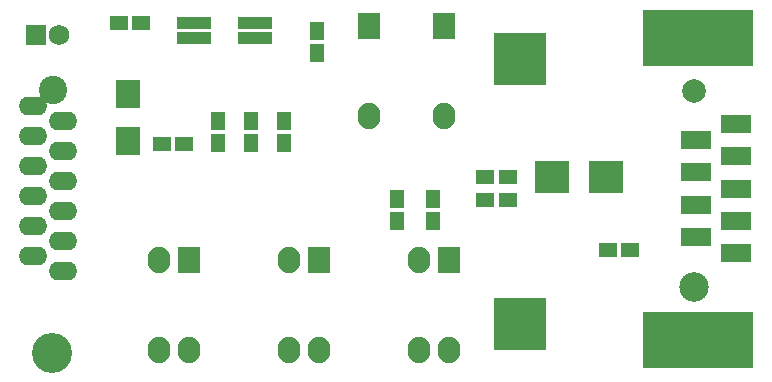
<source format=gbr>
G04 #@! TF.FileFunction,Soldermask,Top*
%FSLAX46Y46*%
G04 Gerber Fmt 4.6, Leading zero omitted, Abs format (unit mm)*
G04 Created by KiCad (PCBNEW 4.0.4+e1-6308~48~ubuntu14.04.1-stable) date Sun Oct 16 10:35:48 2016*
%MOMM*%
%LPD*%
G01*
G04 APERTURE LIST*
%ADD10C,0.100000*%
%ADD11R,1.150000X1.600000*%
%ADD12R,1.600000X1.150000*%
%ADD13R,1.750000X1.750000*%
%ADD14C,1.750000*%
%ADD15O,2.400000X1.600000*%
%ADD16C,2.400000*%
%ADD17R,1.924000X2.224000*%
%ADD18O,1.924000X2.224000*%
%ADD19R,2.900000X1.000000*%
%ADD20R,2.900000X0.670000*%
%ADD21R,4.464000X4.464000*%
%ADD22C,2.500000*%
%ADD23R,9.400000X4.850000*%
%ADD24R,2.500000X1.600000*%
%ADD25C,2.000000*%
%ADD26R,2.000000X2.400000*%
%ADD27C,3.400000*%
G04 APERTURE END LIST*
D10*
D11*
X172200000Y-102150000D03*
X172200000Y-100250000D03*
X175000000Y-102150000D03*
X175000000Y-100250000D03*
D12*
X204350000Y-111200000D03*
X202450000Y-111200000D03*
D11*
X169400000Y-102150000D03*
X169400000Y-100250000D03*
D12*
X193950000Y-107000000D03*
X192050000Y-107000000D03*
X193950000Y-105000000D03*
X192050000Y-105000000D03*
X164650000Y-102200000D03*
X166550000Y-102200000D03*
D13*
X154000000Y-93000000D03*
D14*
X156000000Y-93000000D03*
D15*
X153730000Y-99015000D03*
X156270000Y-100285000D03*
X153730000Y-101555000D03*
X156270000Y-102825000D03*
X153730000Y-104095000D03*
X156270000Y-105365000D03*
X153730000Y-106635000D03*
X156270000Y-107905000D03*
X153730000Y-109175000D03*
X156270000Y-110445000D03*
X153730000Y-111715000D03*
X156270000Y-112985000D03*
D16*
X155500000Y-97650000D03*
D12*
X162950000Y-92000000D03*
X161050000Y-92000000D03*
D11*
X177800000Y-94550000D03*
X177800000Y-92650000D03*
X184600000Y-106850000D03*
X184600000Y-108750000D03*
X187600000Y-106850000D03*
X187600000Y-108750000D03*
D17*
X188600000Y-92200000D03*
D18*
X188600000Y-99820000D03*
D17*
X182200000Y-92200000D03*
D18*
X182200000Y-99820000D03*
D19*
X172600000Y-91965000D03*
X167400000Y-91965000D03*
X172600000Y-93235000D03*
X167400000Y-93235000D03*
D20*
X197750000Y-106000000D03*
X202250000Y-106000000D03*
X197750000Y-105500000D03*
X202250000Y-105500000D03*
X197750000Y-105000000D03*
X202250000Y-105000000D03*
X197750000Y-104500000D03*
X202250000Y-104500000D03*
X197750000Y-104000000D03*
X202250000Y-104000000D03*
D21*
X195000000Y-117500000D03*
X195000000Y-95000000D03*
D17*
X167000000Y-112000000D03*
D18*
X167000000Y-119620000D03*
X164460000Y-112000000D03*
X164460000Y-119620000D03*
D17*
X178000000Y-112000000D03*
D18*
X178000000Y-119620000D03*
X175460000Y-112000000D03*
X175460000Y-119620000D03*
D17*
X189000000Y-112000000D03*
D18*
X189000000Y-119620000D03*
X186460000Y-112000000D03*
X186460000Y-119620000D03*
D22*
X209700000Y-114300000D03*
D23*
X210100000Y-118775000D03*
D24*
X213300000Y-111480000D03*
X209900000Y-110110000D03*
X213300000Y-108740000D03*
X209900000Y-107370000D03*
X213300000Y-106000000D03*
X209900000Y-104630000D03*
X213300000Y-103260000D03*
X209900000Y-101890000D03*
X213300000Y-100520000D03*
D23*
X210100000Y-93225000D03*
D25*
X209700000Y-97700000D03*
D26*
X161800000Y-102000000D03*
X161800000Y-98000000D03*
D27*
X155400000Y-119900000D03*
M02*

</source>
